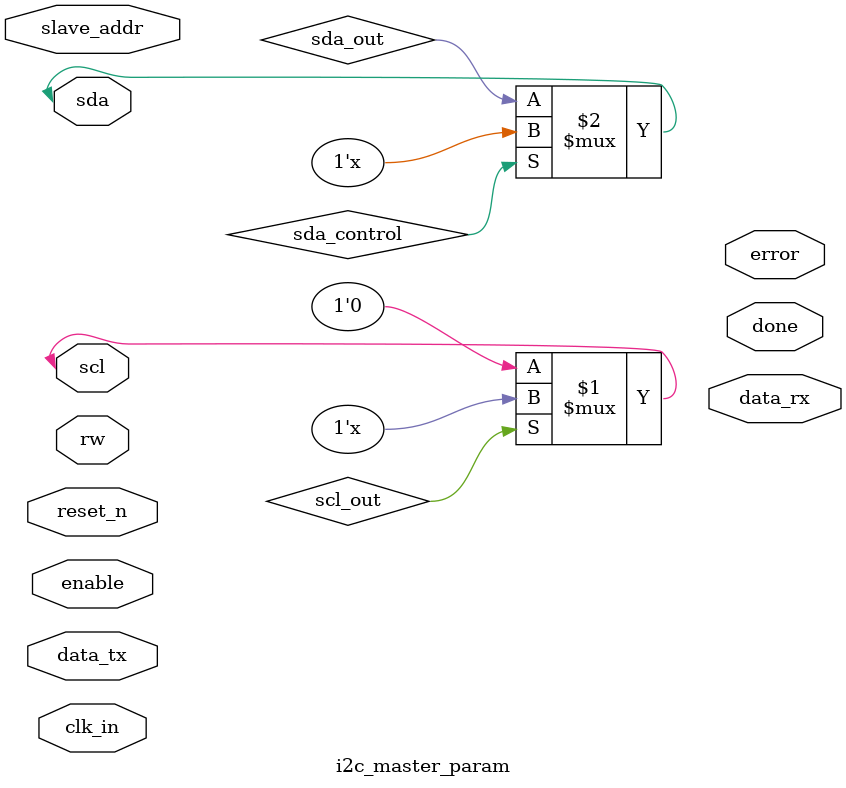
<source format=sv>
module i2c_master_param #(
    parameter CLK_FREQ = 50_000_000,
    parameter I2C_FREQ = 100_000
)(
    input wire clk_in, reset_n,
    input wire [7:0] data_tx,
    input wire [6:0] slave_addr,
    input wire rw, enable,
    output reg [7:0] data_rx,
    output reg done, error,
    inout wire scl, sda
);
    localparam DIVIDER = (CLK_FREQ/I2C_FREQ)/4;
    reg [15:0] clk_cnt;
    reg sda_out, scl_out, sda_control;
    reg [3:0] state;
    
    assign scl = (scl_out) ? 1'bz : 1'b0;
    assign sda = (sda_control) ? 1'bz : sda_out;
    
    always @(posedge clk_in) begin
        if (!reset_n) state <= 4'h0;
        else case(state)
            4'h0: if (enable) state <= 4'h1;
            // State machine implementation
        endcase
    end
endmodule
</source>
